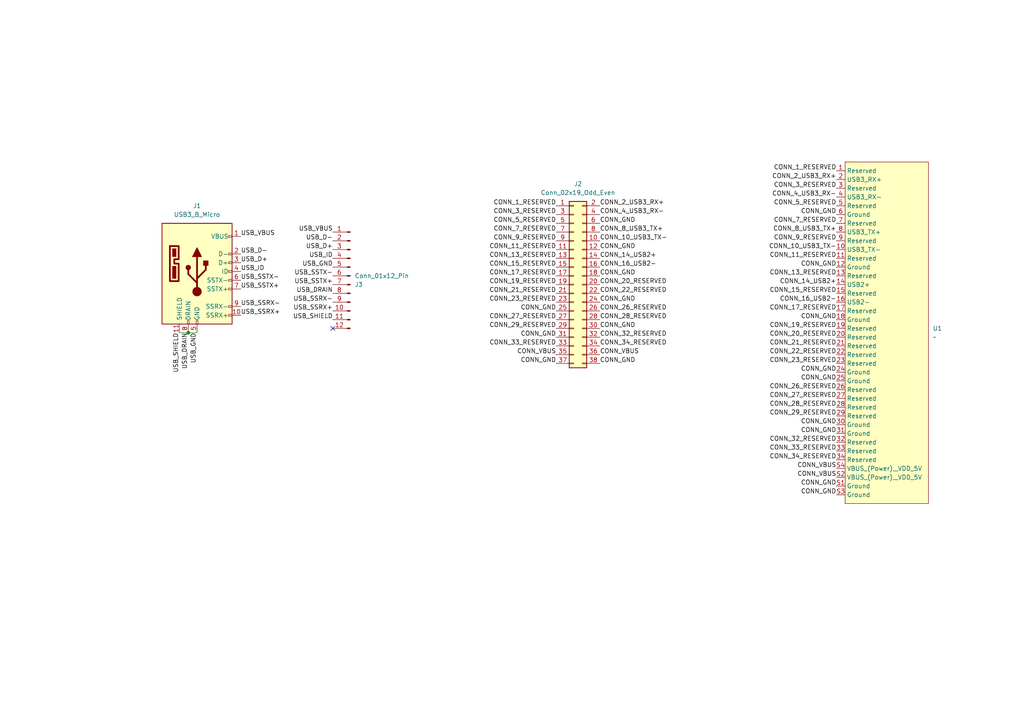
<source format=kicad_sch>
(kicad_sch
	(version 20250114)
	(generator "eeschema")
	(generator_version "9.0")
	(uuid "0f1fa320-ffb9-40ef-bd72-a78bf9ed888d")
	(paper "A4")
	(title_block
		(title "Intel Realsense Breakout Board")
		(date "2026-01-29")
		(rev "v1.0-PROTO")
		(company "Utah Student Robotics")
		(comment 1 "Designed by Vincent Banh")
	)
	(lib_symbols
		(symbol "Connector:Conn_01x12_Pin"
			(pin_names
				(offset 1.016)
				(hide yes)
			)
			(exclude_from_sim no)
			(in_bom yes)
			(on_board yes)
			(property "Reference" "J"
				(at 0 15.24 0)
				(effects
					(font
						(size 1.27 1.27)
					)
				)
			)
			(property "Value" "Conn_01x12_Pin"
				(at 0 -17.78 0)
				(effects
					(font
						(size 1.27 1.27)
					)
				)
			)
			(property "Footprint" ""
				(at 0 0 0)
				(effects
					(font
						(size 1.27 1.27)
					)
					(hide yes)
				)
			)
			(property "Datasheet" "~"
				(at 0 0 0)
				(effects
					(font
						(size 1.27 1.27)
					)
					(hide yes)
				)
			)
			(property "Description" "Generic connector, single row, 01x12, script generated"
				(at 0 0 0)
				(effects
					(font
						(size 1.27 1.27)
					)
					(hide yes)
				)
			)
			(property "ki_locked" ""
				(at 0 0 0)
				(effects
					(font
						(size 1.27 1.27)
					)
				)
			)
			(property "ki_keywords" "connector"
				(at 0 0 0)
				(effects
					(font
						(size 1.27 1.27)
					)
					(hide yes)
				)
			)
			(property "ki_fp_filters" "Connector*:*_1x??_*"
				(at 0 0 0)
				(effects
					(font
						(size 1.27 1.27)
					)
					(hide yes)
				)
			)
			(symbol "Conn_01x12_Pin_1_1"
				(rectangle
					(start 0.8636 12.827)
					(end 0 12.573)
					(stroke
						(width 0.1524)
						(type default)
					)
					(fill
						(type outline)
					)
				)
				(rectangle
					(start 0.8636 10.287)
					(end 0 10.033)
					(stroke
						(width 0.1524)
						(type default)
					)
					(fill
						(type outline)
					)
				)
				(rectangle
					(start 0.8636 7.747)
					(end 0 7.493)
					(stroke
						(width 0.1524)
						(type default)
					)
					(fill
						(type outline)
					)
				)
				(rectangle
					(start 0.8636 5.207)
					(end 0 4.953)
					(stroke
						(width 0.1524)
						(type default)
					)
					(fill
						(type outline)
					)
				)
				(rectangle
					(start 0.8636 2.667)
					(end 0 2.413)
					(stroke
						(width 0.1524)
						(type default)
					)
					(fill
						(type outline)
					)
				)
				(rectangle
					(start 0.8636 0.127)
					(end 0 -0.127)
					(stroke
						(width 0.1524)
						(type default)
					)
					(fill
						(type outline)
					)
				)
				(rectangle
					(start 0.8636 -2.413)
					(end 0 -2.667)
					(stroke
						(width 0.1524)
						(type default)
					)
					(fill
						(type outline)
					)
				)
				(rectangle
					(start 0.8636 -4.953)
					(end 0 -5.207)
					(stroke
						(width 0.1524)
						(type default)
					)
					(fill
						(type outline)
					)
				)
				(rectangle
					(start 0.8636 -7.493)
					(end 0 -7.747)
					(stroke
						(width 0.1524)
						(type default)
					)
					(fill
						(type outline)
					)
				)
				(rectangle
					(start 0.8636 -10.033)
					(end 0 -10.287)
					(stroke
						(width 0.1524)
						(type default)
					)
					(fill
						(type outline)
					)
				)
				(rectangle
					(start 0.8636 -12.573)
					(end 0 -12.827)
					(stroke
						(width 0.1524)
						(type default)
					)
					(fill
						(type outline)
					)
				)
				(rectangle
					(start 0.8636 -15.113)
					(end 0 -15.367)
					(stroke
						(width 0.1524)
						(type default)
					)
					(fill
						(type outline)
					)
				)
				(polyline
					(pts
						(xy 1.27 12.7) (xy 0.8636 12.7)
					)
					(stroke
						(width 0.1524)
						(type default)
					)
					(fill
						(type none)
					)
				)
				(polyline
					(pts
						(xy 1.27 10.16) (xy 0.8636 10.16)
					)
					(stroke
						(width 0.1524)
						(type default)
					)
					(fill
						(type none)
					)
				)
				(polyline
					(pts
						(xy 1.27 7.62) (xy 0.8636 7.62)
					)
					(stroke
						(width 0.1524)
						(type default)
					)
					(fill
						(type none)
					)
				)
				(polyline
					(pts
						(xy 1.27 5.08) (xy 0.8636 5.08)
					)
					(stroke
						(width 0.1524)
						(type default)
					)
					(fill
						(type none)
					)
				)
				(polyline
					(pts
						(xy 1.27 2.54) (xy 0.8636 2.54)
					)
					(stroke
						(width 0.1524)
						(type default)
					)
					(fill
						(type none)
					)
				)
				(polyline
					(pts
						(xy 1.27 0) (xy 0.8636 0)
					)
					(stroke
						(width 0.1524)
						(type default)
					)
					(fill
						(type none)
					)
				)
				(polyline
					(pts
						(xy 1.27 -2.54) (xy 0.8636 -2.54)
					)
					(stroke
						(width 0.1524)
						(type default)
					)
					(fill
						(type none)
					)
				)
				(polyline
					(pts
						(xy 1.27 -5.08) (xy 0.8636 -5.08)
					)
					(stroke
						(width 0.1524)
						(type default)
					)
					(fill
						(type none)
					)
				)
				(polyline
					(pts
						(xy 1.27 -7.62) (xy 0.8636 -7.62)
					)
					(stroke
						(width 0.1524)
						(type default)
					)
					(fill
						(type none)
					)
				)
				(polyline
					(pts
						(xy 1.27 -10.16) (xy 0.8636 -10.16)
					)
					(stroke
						(width 0.1524)
						(type default)
					)
					(fill
						(type none)
					)
				)
				(polyline
					(pts
						(xy 1.27 -12.7) (xy 0.8636 -12.7)
					)
					(stroke
						(width 0.1524)
						(type default)
					)
					(fill
						(type none)
					)
				)
				(polyline
					(pts
						(xy 1.27 -15.24) (xy 0.8636 -15.24)
					)
					(stroke
						(width 0.1524)
						(type default)
					)
					(fill
						(type none)
					)
				)
				(pin passive line
					(at 5.08 12.7 180)
					(length 3.81)
					(name "Pin_1"
						(effects
							(font
								(size 1.27 1.27)
							)
						)
					)
					(number "1"
						(effects
							(font
								(size 1.27 1.27)
							)
						)
					)
				)
				(pin passive line
					(at 5.08 10.16 180)
					(length 3.81)
					(name "Pin_2"
						(effects
							(font
								(size 1.27 1.27)
							)
						)
					)
					(number "2"
						(effects
							(font
								(size 1.27 1.27)
							)
						)
					)
				)
				(pin passive line
					(at 5.08 7.62 180)
					(length 3.81)
					(name "Pin_3"
						(effects
							(font
								(size 1.27 1.27)
							)
						)
					)
					(number "3"
						(effects
							(font
								(size 1.27 1.27)
							)
						)
					)
				)
				(pin passive line
					(at 5.08 5.08 180)
					(length 3.81)
					(name "Pin_4"
						(effects
							(font
								(size 1.27 1.27)
							)
						)
					)
					(number "4"
						(effects
							(font
								(size 1.27 1.27)
							)
						)
					)
				)
				(pin passive line
					(at 5.08 2.54 180)
					(length 3.81)
					(name "Pin_5"
						(effects
							(font
								(size 1.27 1.27)
							)
						)
					)
					(number "5"
						(effects
							(font
								(size 1.27 1.27)
							)
						)
					)
				)
				(pin passive line
					(at 5.08 0 180)
					(length 3.81)
					(name "Pin_6"
						(effects
							(font
								(size 1.27 1.27)
							)
						)
					)
					(number "6"
						(effects
							(font
								(size 1.27 1.27)
							)
						)
					)
				)
				(pin passive line
					(at 5.08 -2.54 180)
					(length 3.81)
					(name "Pin_7"
						(effects
							(font
								(size 1.27 1.27)
							)
						)
					)
					(number "7"
						(effects
							(font
								(size 1.27 1.27)
							)
						)
					)
				)
				(pin passive line
					(at 5.08 -5.08 180)
					(length 3.81)
					(name "Pin_8"
						(effects
							(font
								(size 1.27 1.27)
							)
						)
					)
					(number "8"
						(effects
							(font
								(size 1.27 1.27)
							)
						)
					)
				)
				(pin passive line
					(at 5.08 -7.62 180)
					(length 3.81)
					(name "Pin_9"
						(effects
							(font
								(size 1.27 1.27)
							)
						)
					)
					(number "9"
						(effects
							(font
								(size 1.27 1.27)
							)
						)
					)
				)
				(pin passive line
					(at 5.08 -10.16 180)
					(length 3.81)
					(name "Pin_10"
						(effects
							(font
								(size 1.27 1.27)
							)
						)
					)
					(number "10"
						(effects
							(font
								(size 1.27 1.27)
							)
						)
					)
				)
				(pin passive line
					(at 5.08 -12.7 180)
					(length 3.81)
					(name "Pin_11"
						(effects
							(font
								(size 1.27 1.27)
							)
						)
					)
					(number "11"
						(effects
							(font
								(size 1.27 1.27)
							)
						)
					)
				)
				(pin passive line
					(at 5.08 -15.24 180)
					(length 3.81)
					(name "Pin_12"
						(effects
							(font
								(size 1.27 1.27)
							)
						)
					)
					(number "12"
						(effects
							(font
								(size 1.27 1.27)
							)
						)
					)
				)
			)
			(embedded_fonts no)
		)
		(symbol "Connector:USB3_B_Micro"
			(pin_names
				(offset 1.016)
			)
			(exclude_from_sim no)
			(in_bom yes)
			(on_board yes)
			(property "Reference" "J"
				(at -10.16 15.24 0)
				(effects
					(font
						(size 1.27 1.27)
					)
					(justify left)
				)
			)
			(property "Value" "USB3_B_Micro"
				(at 10.16 15.24 0)
				(effects
					(font
						(size 1.27 1.27)
					)
					(justify right)
				)
			)
			(property "Footprint" ""
				(at 3.81 3.81 0)
				(effects
					(font
						(size 1.27 1.27)
					)
					(hide yes)
				)
			)
			(property "Datasheet" "~"
				(at 3.81 5.08 0)
				(effects
					(font
						(size 1.27 1.27)
					)
					(hide yes)
				)
			)
			(property "Description" "USB 3.0 Micro-B connector"
				(at 0 0 0)
				(effects
					(font
						(size 1.27 1.27)
					)
					(hide yes)
				)
			)
			(property "ki_keywords" "usb universal serial bus"
				(at 0 0 0)
				(effects
					(font
						(size 1.27 1.27)
					)
					(hide yes)
				)
			)
			(symbol "USB3_B_Micro_0_0"
				(rectangle
					(start -2.794 -15.24)
					(end -2.286 -14.224)
					(stroke
						(width 0)
						(type default)
					)
					(fill
						(type none)
					)
				)
				(rectangle
					(start -0.254 -15.24)
					(end 0.254 -14.224)
					(stroke
						(width 0)
						(type default)
					)
					(fill
						(type none)
					)
				)
				(rectangle
					(start 10.16 10.414)
					(end 9.144 9.906)
					(stroke
						(width 0)
						(type default)
					)
					(fill
						(type none)
					)
				)
				(rectangle
					(start 10.16 5.334)
					(end 9.144 4.826)
					(stroke
						(width 0)
						(type default)
					)
					(fill
						(type none)
					)
				)
				(rectangle
					(start 10.16 2.794)
					(end 9.144 2.286)
					(stroke
						(width 0)
						(type default)
					)
					(fill
						(type none)
					)
				)
				(rectangle
					(start 10.16 0.254)
					(end 9.144 -0.254)
					(stroke
						(width 0)
						(type default)
					)
					(fill
						(type none)
					)
				)
				(rectangle
					(start 10.16 -2.286)
					(end 9.144 -2.794)
					(stroke
						(width 0)
						(type default)
					)
					(fill
						(type none)
					)
				)
				(rectangle
					(start 10.16 -4.826)
					(end 9.144 -5.334)
					(stroke
						(width 0)
						(type default)
					)
					(fill
						(type none)
					)
				)
				(rectangle
					(start 10.16 -9.906)
					(end 9.144 -10.414)
					(stroke
						(width 0)
						(type default)
					)
					(fill
						(type none)
					)
				)
				(rectangle
					(start 10.16 -12.446)
					(end 9.144 -12.954)
					(stroke
						(width 0)
						(type default)
					)
					(fill
						(type none)
					)
				)
			)
			(symbol "USB3_B_Micro_0_1"
				(rectangle
					(start -10.16 13.97)
					(end 10.16 -15.24)
					(stroke
						(width 0.254)
						(type default)
					)
					(fill
						(type background)
					)
				)
				(polyline
					(pts
						(xy -7.874 7.366) (xy -7.874 -2.794) (xy -5.334 -2.794) (xy -5.334 2.286) (xy -6.604 2.286) (xy -6.604 3.556)
						(xy -5.334 3.556) (xy -5.334 7.366) (xy -7.874 7.366)
					)
					(stroke
						(width 0.508)
						(type default)
					)
					(fill
						(type none)
					)
				)
				(rectangle
					(start -7.112 6.604)
					(end -6.096 4.318)
					(stroke
						(width 0)
						(type default)
					)
					(fill
						(type outline)
					)
				)
				(rectangle
					(start -7.112 1.524)
					(end -6.096 -2.032)
					(stroke
						(width 0)
						(type default)
					)
					(fill
						(type outline)
					)
				)
			)
			(symbol "USB3_B_Micro_1_1"
				(circle
					(center -2.54 1.143)
					(radius 0.635)
					(stroke
						(width 0.254)
						(type default)
					)
					(fill
						(type outline)
					)
				)
				(polyline
					(pts
						(xy -1.27 4.318) (xy 0 6.858) (xy 1.27 4.318) (xy -1.27 4.318)
					)
					(stroke
						(width 0.254)
						(type default)
					)
					(fill
						(type outline)
					)
				)
				(polyline
					(pts
						(xy 0 -2.032) (xy 2.54 0.508) (xy 2.54 1.778)
					)
					(stroke
						(width 0.508)
						(type default)
					)
					(fill
						(type none)
					)
				)
				(polyline
					(pts
						(xy 0 -3.302) (xy -2.54 -0.762) (xy -2.54 0.508)
					)
					(stroke
						(width 0.508)
						(type default)
					)
					(fill
						(type none)
					)
				)
				(polyline
					(pts
						(xy 0 -5.842) (xy 0 4.318)
					)
					(stroke
						(width 0.508)
						(type default)
					)
					(fill
						(type none)
					)
				)
				(circle
					(center 0 -5.842)
					(radius 1.27)
					(stroke
						(width 0)
						(type default)
					)
					(fill
						(type outline)
					)
				)
				(rectangle
					(start 1.905 1.778)
					(end 3.175 3.048)
					(stroke
						(width 0.254)
						(type default)
					)
					(fill
						(type outline)
					)
				)
				(pin passive line
					(at -5.08 -17.78 90)
					(length 2.54)
					(name "SHIELD"
						(effects
							(font
								(size 1.27 1.27)
							)
						)
					)
					(number "11"
						(effects
							(font
								(size 1.27 1.27)
							)
						)
					)
				)
				(pin passive line
					(at -2.54 -17.78 90)
					(length 2.54)
					(name "DRAIN"
						(effects
							(font
								(size 1.27 1.27)
							)
						)
					)
					(number "8"
						(effects
							(font
								(size 1.27 1.27)
							)
						)
					)
				)
				(pin power_out line
					(at 0 -17.78 90)
					(length 2.54)
					(name "GND"
						(effects
							(font
								(size 1.27 1.27)
							)
						)
					)
					(number "5"
						(effects
							(font
								(size 1.27 1.27)
							)
						)
					)
				)
				(pin power_out line
					(at 12.7 10.16 180)
					(length 2.54)
					(name "VBUS"
						(effects
							(font
								(size 1.27 1.27)
							)
						)
					)
					(number "1"
						(effects
							(font
								(size 1.27 1.27)
							)
						)
					)
				)
				(pin bidirectional line
					(at 12.7 5.08 180)
					(length 2.54)
					(name "D-"
						(effects
							(font
								(size 1.27 1.27)
							)
						)
					)
					(number "2"
						(effects
							(font
								(size 1.27 1.27)
							)
						)
					)
				)
				(pin bidirectional line
					(at 12.7 2.54 180)
					(length 2.54)
					(name "D+"
						(effects
							(font
								(size 1.27 1.27)
							)
						)
					)
					(number "3"
						(effects
							(font
								(size 1.27 1.27)
							)
						)
					)
				)
				(pin passive line
					(at 12.7 0 180)
					(length 2.54)
					(name "ID"
						(effects
							(font
								(size 1.27 1.27)
							)
						)
					)
					(number "4"
						(effects
							(font
								(size 1.27 1.27)
							)
						)
					)
				)
				(pin output line
					(at 12.7 -2.54 180)
					(length 2.54)
					(name "SSTX-"
						(effects
							(font
								(size 1.27 1.27)
							)
						)
					)
					(number "6"
						(effects
							(font
								(size 1.27 1.27)
							)
						)
					)
				)
				(pin output line
					(at 12.7 -5.08 180)
					(length 2.54)
					(name "SSTX+"
						(effects
							(font
								(size 1.27 1.27)
							)
						)
					)
					(number "7"
						(effects
							(font
								(size 1.27 1.27)
							)
						)
					)
				)
				(pin input line
					(at 12.7 -10.16 180)
					(length 2.54)
					(name "SSRX-"
						(effects
							(font
								(size 1.27 1.27)
							)
						)
					)
					(number "9"
						(effects
							(font
								(size 1.27 1.27)
							)
						)
					)
				)
				(pin input line
					(at 12.7 -12.7 180)
					(length 2.54)
					(name "SSRX+"
						(effects
							(font
								(size 1.27 1.27)
							)
						)
					)
					(number "10"
						(effects
							(font
								(size 1.27 1.27)
							)
						)
					)
				)
			)
			(embedded_fonts no)
		)
		(symbol "Connector_Generic:Conn_02x19_Odd_Even"
			(pin_names
				(offset 1.016)
				(hide yes)
			)
			(exclude_from_sim no)
			(in_bom yes)
			(on_board yes)
			(property "Reference" "J"
				(at 1.27 25.4 0)
				(effects
					(font
						(size 1.27 1.27)
					)
				)
			)
			(property "Value" "Conn_02x19_Odd_Even"
				(at 1.27 -25.4 0)
				(effects
					(font
						(size 1.27 1.27)
					)
				)
			)
			(property "Footprint" ""
				(at 0 0 0)
				(effects
					(font
						(size 1.27 1.27)
					)
					(hide yes)
				)
			)
			(property "Datasheet" "~"
				(at 0 0 0)
				(effects
					(font
						(size 1.27 1.27)
					)
					(hide yes)
				)
			)
			(property "Description" "Generic connector, double row, 02x19, odd/even pin numbering scheme (row 1 odd numbers, row 2 even numbers), script generated (kicad-library-utils/schlib/autogen/connector/)"
				(at 0 0 0)
				(effects
					(font
						(size 1.27 1.27)
					)
					(hide yes)
				)
			)
			(property "ki_keywords" "connector"
				(at 0 0 0)
				(effects
					(font
						(size 1.27 1.27)
					)
					(hide yes)
				)
			)
			(property "ki_fp_filters" "Connector*:*_2x??_*"
				(at 0 0 0)
				(effects
					(font
						(size 1.27 1.27)
					)
					(hide yes)
				)
			)
			(symbol "Conn_02x19_Odd_Even_1_1"
				(rectangle
					(start -1.27 24.13)
					(end 3.81 -24.13)
					(stroke
						(width 0.254)
						(type default)
					)
					(fill
						(type background)
					)
				)
				(rectangle
					(start -1.27 22.987)
					(end 0 22.733)
					(stroke
						(width 0.1524)
						(type default)
					)
					(fill
						(type none)
					)
				)
				(rectangle
					(start -1.27 20.447)
					(end 0 20.193)
					(stroke
						(width 0.1524)
						(type default)
					)
					(fill
						(type none)
					)
				)
				(rectangle
					(start -1.27 17.907)
					(end 0 17.653)
					(stroke
						(width 0.1524)
						(type default)
					)
					(fill
						(type none)
					)
				)
				(rectangle
					(start -1.27 15.367)
					(end 0 15.113)
					(stroke
						(width 0.1524)
						(type default)
					)
					(fill
						(type none)
					)
				)
				(rectangle
					(start -1.27 12.827)
					(end 0 12.573)
					(stroke
						(width 0.1524)
						(type default)
					)
					(fill
						(type none)
					)
				)
				(rectangle
					(start -1.27 10.287)
					(end 0 10.033)
					(stroke
						(width 0.1524)
						(type default)
					)
					(fill
						(type none)
					)
				)
				(rectangle
					(start -1.27 7.747)
					(end 0 7.493)
					(stroke
						(width 0.1524)
						(type default)
					)
					(fill
						(type none)
					)
				)
				(rectangle
					(start -1.27 5.207)
					(end 0 4.953)
					(stroke
						(width 0.1524)
						(type default)
					)
					(fill
						(type none)
					)
				)
				(rectangle
					(start -1.27 2.667)
					(end 0 2.413)
					(stroke
						(width 0.1524)
						(type default)
					)
					(fill
						(type none)
					)
				)
				(rectangle
					(start -1.27 0.127)
					(end 0 -0.127)
					(stroke
						(width 0.1524)
						(type default)
					)
					(fill
						(type none)
					)
				)
				(rectangle
					(start -1.27 -2.413)
					(end 0 -2.667)
					(stroke
						(width 0.1524)
						(type default)
					)
					(fill
						(type none)
					)
				)
				(rectangle
					(start -1.27 -4.953)
					(end 0 -5.207)
					(stroke
						(width 0.1524)
						(type default)
					)
					(fill
						(type none)
					)
				)
				(rectangle
					(start -1.27 -7.493)
					(end 0 -7.747)
					(stroke
						(width 0.1524)
						(type default)
					)
					(fill
						(type none)
					)
				)
				(rectangle
					(start -1.27 -10.033)
					(end 0 -10.287)
					(stroke
						(width 0.1524)
						(type default)
					)
					(fill
						(type none)
					)
				)
				(rectangle
					(start -1.27 -12.573)
					(end 0 -12.827)
					(stroke
						(width 0.1524)
						(type default)
					)
					(fill
						(type none)
					)
				)
				(rectangle
					(start -1.27 -15.113)
					(end 0 -15.367)
					(stroke
						(width 0.1524)
						(type default)
					)
					(fill
						(type none)
					)
				)
				(rectangle
					(start -1.27 -17.653)
					(end 0 -17.907)
					(stroke
						(width 0.1524)
						(type default)
					)
					(fill
						(type none)
					)
				)
				(rectangle
					(start -1.27 -20.193)
					(end 0 -20.447)
					(stroke
						(width 0.1524)
						(type default)
					)
					(fill
						(type none)
					)
				)
				(rectangle
					(start -1.27 -22.733)
					(end 0 -22.987)
					(stroke
						(width 0.1524)
						(type default)
					)
					(fill
						(type none)
					)
				)
				(rectangle
					(start 3.81 22.987)
					(end 2.54 22.733)
					(stroke
						(width 0.1524)
						(type default)
					)
					(fill
						(type none)
					)
				)
				(rectangle
					(start 3.81 20.447)
					(end 2.54 20.193)
					(stroke
						(width 0.1524)
						(type default)
					)
					(fill
						(type none)
					)
				)
				(rectangle
					(start 3.81 17.907)
					(end 2.54 17.653)
					(stroke
						(width 0.1524)
						(type default)
					)
					(fill
						(type none)
					)
				)
				(rectangle
					(start 3.81 15.367)
					(end 2.54 15.113)
					(stroke
						(width 0.1524)
						(type default)
					)
					(fill
						(type none)
					)
				)
				(rectangle
					(start 3.81 12.827)
					(end 2.54 12.573)
					(stroke
						(width 0.1524)
						(type default)
					)
					(fill
						(type none)
					)
				)
				(rectangle
					(start 3.81 10.287)
					(end 2.54 10.033)
					(stroke
						(width 0.1524)
						(type default)
					)
					(fill
						(type none)
					)
				)
				(rectangle
					(start 3.81 7.747)
					(end 2.54 7.493)
					(stroke
						(width 0.1524)
						(type default)
					)
					(fill
						(type none)
					)
				)
				(rectangle
					(start 3.81 5.207)
					(end 2.54 4.953)
					(stroke
						(width 0.1524)
						(type default)
					)
					(fill
						(type none)
					)
				)
				(rectangle
					(start 3.81 2.667)
					(end 2.54 2.413)
					(stroke
						(width 0.1524)
						(type default)
					)
					(fill
						(type none)
					)
				)
				(rectangle
					(start 3.81 0.127)
					(end 2.54 -0.127)
					(stroke
						(width 0.1524)
						(type default)
					)
					(fill
						(type none)
					)
				)
				(rectangle
					(start 3.81 -2.413)
					(end 2.54 -2.667)
					(stroke
						(width 0.1524)
						(type default)
					)
					(fill
						(type none)
					)
				)
				(rectangle
					(start 3.81 -4.953)
					(end 2.54 -5.207)
					(stroke
						(width 0.1524)
						(type default)
					)
					(fill
						(type none)
					)
				)
				(rectangle
					(start 3.81 -7.493)
					(end 2.54 -7.747)
					(stroke
						(width 0.1524)
						(type default)
					)
					(fill
						(type none)
					)
				)
				(rectangle
					(start 3.81 -10.033)
					(end 2.54 -10.287)
					(stroke
						(width 0.1524)
						(type default)
					)
					(fill
						(type none)
					)
				)
				(rectangle
					(start 3.81 -12.573)
					(end 2.54 -12.827)
					(stroke
						(width 0.1524)
						(type default)
					)
					(fill
						(type none)
					)
				)
				(rectangle
					(start 3.81 -15.113)
					(end 2.54 -15.367)
					(stroke
						(width 0.1524)
						(type default)
					)
					(fill
						(type none)
					)
				)
				(rectangle
					(start 3.81 -17.653)
					(end 2.54 -17.907)
					(stroke
						(width 0.1524)
						(type default)
					)
					(fill
						(type none)
					)
				)
				(rectangle
					(start 3.81 -20.193)
					(end 2.54 -20.447)
					(stroke
						(width 0.1524)
						(type default)
					)
					(fill
						(type none)
					)
				)
				(rectangle
					(start 3.81 -22.733)
					(end 2.54 -22.987)
					(stroke
						(width 0.1524)
						(type default)
					)
					(fill
						(type none)
					)
				)
				(pin passive line
					(at -5.08 22.86 0)
					(length 3.81)
					(name "Pin_1"
						(effects
							(font
								(size 1.27 1.27)
							)
						)
					)
					(number "1"
						(effects
							(font
								(size 1.27 1.27)
							)
						)
					)
				)
				(pin passive line
					(at -5.08 20.32 0)
					(length 3.81)
					(name "Pin_3"
						(effects
							(font
								(size 1.27 1.27)
							)
						)
					)
					(number "3"
						(effects
							(font
								(size 1.27 1.27)
							)
						)
					)
				)
				(pin passive line
					(at -5.08 17.78 0)
					(length 3.81)
					(name "Pin_5"
						(effects
							(font
								(size 1.27 1.27)
							)
						)
					)
					(number "5"
						(effects
							(font
								(size 1.27 1.27)
							)
						)
					)
				)
				(pin passive line
					(at -5.08 15.24 0)
					(length 3.81)
					(name "Pin_7"
						(effects
							(font
								(size 1.27 1.27)
							)
						)
					)
					(number "7"
						(effects
							(font
								(size 1.27 1.27)
							)
						)
					)
				)
				(pin passive line
					(at -5.08 12.7 0)
					(length 3.81)
					(name "Pin_9"
						(effects
							(font
								(size 1.27 1.27)
							)
						)
					)
					(number "9"
						(effects
							(font
								(size 1.27 1.27)
							)
						)
					)
				)
				(pin passive line
					(at -5.08 10.16 0)
					(length 3.81)
					(name "Pin_11"
						(effects
							(font
								(size 1.27 1.27)
							)
						)
					)
					(number "11"
						(effects
							(font
								(size 1.27 1.27)
							)
						)
					)
				)
				(pin passive line
					(at -5.08 7.62 0)
					(length 3.81)
					(name "Pin_13"
						(effects
							(font
								(size 1.27 1.27)
							)
						)
					)
					(number "13"
						(effects
							(font
								(size 1.27 1.27)
							)
						)
					)
				)
				(pin passive line
					(at -5.08 5.08 0)
					(length 3.81)
					(name "Pin_15"
						(effects
							(font
								(size 1.27 1.27)
							)
						)
					)
					(number "15"
						(effects
							(font
								(size 1.27 1.27)
							)
						)
					)
				)
				(pin passive line
					(at -5.08 2.54 0)
					(length 3.81)
					(name "Pin_17"
						(effects
							(font
								(size 1.27 1.27)
							)
						)
					)
					(number "17"
						(effects
							(font
								(size 1.27 1.27)
							)
						)
					)
				)
				(pin passive line
					(at -5.08 0 0)
					(length 3.81)
					(name "Pin_19"
						(effects
							(font
								(size 1.27 1.27)
							)
						)
					)
					(number "19"
						(effects
							(font
								(size 1.27 1.27)
							)
						)
					)
				)
				(pin passive line
					(at -5.08 -2.54 0)
					(length 3.81)
					(name "Pin_21"
						(effects
							(font
								(size 1.27 1.27)
							)
						)
					)
					(number "21"
						(effects
							(font
								(size 1.27 1.27)
							)
						)
					)
				)
				(pin passive line
					(at -5.08 -5.08 0)
					(length 3.81)
					(name "Pin_23"
						(effects
							(font
								(size 1.27 1.27)
							)
						)
					)
					(number "23"
						(effects
							(font
								(size 1.27 1.27)
							)
						)
					)
				)
				(pin passive line
					(at -5.08 -7.62 0)
					(length 3.81)
					(name "Pin_25"
						(effects
							(font
								(size 1.27 1.27)
							)
						)
					)
					(number "25"
						(effects
							(font
								(size 1.27 1.27)
							)
						)
					)
				)
				(pin passive line
					(at -5.08 -10.16 0)
					(length 3.81)
					(name "Pin_27"
						(effects
							(font
								(size 1.27 1.27)
							)
						)
					)
					(number "27"
						(effects
							(font
								(size 1.27 1.27)
							)
						)
					)
				)
				(pin passive line
					(at -5.08 -12.7 0)
					(length 3.81)
					(name "Pin_29"
						(effects
							(font
								(size 1.27 1.27)
							)
						)
					)
					(number "29"
						(effects
							(font
								(size 1.27 1.27)
							)
						)
					)
				)
				(pin passive line
					(at -5.08 -15.24 0)
					(length 3.81)
					(name "Pin_31"
						(effects
							(font
								(size 1.27 1.27)
							)
						)
					)
					(number "31"
						(effects
							(font
								(size 1.27 1.27)
							)
						)
					)
				)
				(pin passive line
					(at -5.08 -17.78 0)
					(length 3.81)
					(name "Pin_33"
						(effects
							(font
								(size 1.27 1.27)
							)
						)
					)
					(number "33"
						(effects
							(font
								(size 1.27 1.27)
							)
						)
					)
				)
				(pin passive line
					(at -5.08 -20.32 0)
					(length 3.81)
					(name "Pin_35"
						(effects
							(font
								(size 1.27 1.27)
							)
						)
					)
					(number "35"
						(effects
							(font
								(size 1.27 1.27)
							)
						)
					)
				)
				(pin passive line
					(at -5.08 -22.86 0)
					(length 3.81)
					(name "Pin_37"
						(effects
							(font
								(size 1.27 1.27)
							)
						)
					)
					(number "37"
						(effects
							(font
								(size 1.27 1.27)
							)
						)
					)
				)
				(pin passive line
					(at 7.62 22.86 180)
					(length 3.81)
					(name "Pin_2"
						(effects
							(font
								(size 1.27 1.27)
							)
						)
					)
					(number "2"
						(effects
							(font
								(size 1.27 1.27)
							)
						)
					)
				)
				(pin passive line
					(at 7.62 20.32 180)
					(length 3.81)
					(name "Pin_4"
						(effects
							(font
								(size 1.27 1.27)
							)
						)
					)
					(number "4"
						(effects
							(font
								(size 1.27 1.27)
							)
						)
					)
				)
				(pin passive line
					(at 7.62 17.78 180)
					(length 3.81)
					(name "Pin_6"
						(effects
							(font
								(size 1.27 1.27)
							)
						)
					)
					(number "6"
						(effects
							(font
								(size 1.27 1.27)
							)
						)
					)
				)
				(pin passive line
					(at 7.62 15.24 180)
					(length 3.81)
					(name "Pin_8"
						(effects
							(font
								(size 1.27 1.27)
							)
						)
					)
					(number "8"
						(effects
							(font
								(size 1.27 1.27)
							)
						)
					)
				)
				(pin passive line
					(at 7.62 12.7 180)
					(length 3.81)
					(name "Pin_10"
						(effects
							(font
								(size 1.27 1.27)
							)
						)
					)
					(number "10"
						(effects
							(font
								(size 1.27 1.27)
							)
						)
					)
				)
				(pin passive line
					(at 7.62 10.16 180)
					(length 3.81)
					(name "Pin_12"
						(effects
							(font
								(size 1.27 1.27)
							)
						)
					)
					(number "12"
						(effects
							(font
								(size 1.27 1.27)
							)
						)
					)
				)
				(pin passive line
					(at 7.62 7.62 180)
					(length 3.81)
					(name "Pin_14"
						(effects
							(font
								(size 1.27 1.27)
							)
						)
					)
					(number "14"
						(effects
							(font
								(size 1.27 1.27)
							)
						)
					)
				)
				(pin passive line
					(at 7.62 5.08 180)
					(length 3.81)
					(name "Pin_16"
						(effects
							(font
								(size 1.27 1.27)
							)
						)
					)
					(number "16"
						(effects
							(font
								(size 1.27 1.27)
							)
						)
					)
				)
				(pin passive line
					(at 7.62 2.54 180)
					(length 3.81)
					(name "Pin_18"
						(effects
							(font
								(size 1.27 1.27)
							)
						)
					)
					(number "18"
						(effects
							(font
								(size 1.27 1.27)
							)
						)
					)
				)
				(pin passive line
					(at 7.62 0 180)
					(length 3.81)
					(name "Pin_20"
						(effects
							(font
								(size 1.27 1.27)
							)
						)
					)
					(number "20"
						(effects
							(font
								(size 1.27 1.27)
							)
						)
					)
				)
				(pin passive line
					(at 7.62 -2.54 180)
					(length 3.81)
					(name "Pin_22"
						(effects
							(font
								(size 1.27 1.27)
							)
						)
					)
					(number "22"
						(effects
							(font
								(size 1.27 1.27)
							)
						)
					)
				)
				(pin passive line
					(at 7.62 -5.08 180)
					(length 3.81)
					(name "Pin_24"
						(effects
							(font
								(size 1.27 1.27)
							)
						)
					)
					(number "24"
						(effects
							(font
								(size 1.27 1.27)
							)
						)
					)
				)
				(pin passive line
					(at 7.62 -7.62 180)
					(length 3.81)
					(name "Pin_26"
						(effects
							(font
								(size 1.27 1.27)
							)
						)
					)
					(number "26"
						(effects
							(font
								(size 1.27 1.27)
							)
						)
					)
				)
				(pin passive line
					(at 7.62 -10.16 180)
					(length 3.81)
					(name "Pin_28"
						(effects
							(font
								(size 1.27 1.27)
							)
						)
					)
					(number "28"
						(effects
							(font
								(size 1.27 1.27)
							)
						)
					)
				)
				(pin passive line
					(at 7.62 -12.7 180)
					(length 3.81)
					(name "Pin_30"
						(effects
							(font
								(size 1.27 1.27)
							)
						)
					)
					(number "30"
						(effects
							(font
								(size 1.27 1.27)
							)
						)
					)
				)
				(pin passive line
					(at 7.62 -15.24 180)
					(length 3.81)
					(name "Pin_32"
						(effects
							(font
								(size 1.27 1.27)
							)
						)
					)
					(number "32"
						(effects
							(font
								(size 1.27 1.27)
							)
						)
					)
				)
				(pin passive line
					(at 7.62 -17.78 180)
					(length 3.81)
					(name "Pin_34"
						(effects
							(font
								(size 1.27 1.27)
							)
						)
					)
					(number "34"
						(effects
							(font
								(size 1.27 1.27)
							)
						)
					)
				)
				(pin passive line
					(at 7.62 -20.32 180)
					(length 3.81)
					(name "Pin_36"
						(effects
							(font
								(size 1.27 1.27)
							)
						)
					)
					(number "36"
						(effects
							(font
								(size 1.27 1.27)
							)
						)
					)
				)
				(pin passive line
					(at 7.62 -22.86 180)
					(length 3.81)
					(name "Pin_38"
						(effects
							(font
								(size 1.27 1.27)
							)
						)
					)
					(number "38"
						(effects
							(font
								(size 1.27 1.27)
							)
						)
					)
				)
			)
			(embedded_fonts no)
		)
		(symbol "Realsense:Board to Board Connector"
			(exclude_from_sim no)
			(in_bom yes)
			(on_board yes)
			(property "Reference" "U"
				(at 0 1.27 0)
				(effects
					(font
						(size 1.27 1.27)
					)
				)
			)
			(property "Value" ""
				(at 0 0 0)
				(effects
					(font
						(size 1.27 1.27)
					)
				)
			)
			(property "Footprint" ""
				(at 0 0 0)
				(effects
					(font
						(size 1.27 1.27)
					)
					(hide yes)
				)
			)
			(property "Datasheet" ""
				(at 0 0 0)
				(effects
					(font
						(size 1.27 1.27)
					)
					(hide yes)
				)
			)
			(property "Description" ""
				(at 0 0 0)
				(effects
					(font
						(size 1.27 1.27)
					)
					(hide yes)
				)
			)
			(symbol "Board to Board Connector_0_1"
				(rectangle
					(start 2.54 0)
					(end 26.67 -99.06)
					(stroke
						(width 0)
						(type default)
					)
					(fill
						(type background)
					)
				)
			)
			(symbol "Board to Board Connector_1_1"
				(pin passive line
					(at 0 -2.54 0)
					(length 2.54)
					(name "Reserved"
						(effects
							(font
								(size 1.27 1.27)
							)
						)
					)
					(number "1"
						(effects
							(font
								(size 1.27 1.27)
							)
						)
					)
				)
				(pin passive line
					(at 0 -5.08 0)
					(length 2.54)
					(name "USB3_RX+"
						(effects
							(font
								(size 1.27 1.27)
							)
						)
					)
					(number "2"
						(effects
							(font
								(size 1.27 1.27)
							)
						)
					)
				)
				(pin passive line
					(at 0 -7.62 0)
					(length 2.54)
					(name "Reserved"
						(effects
							(font
								(size 1.27 1.27)
							)
						)
					)
					(number "3"
						(effects
							(font
								(size 1.27 1.27)
							)
						)
					)
				)
				(pin passive line
					(at 0 -10.16 0)
					(length 2.54)
					(name "USB3_RX-"
						(effects
							(font
								(size 1.27 1.27)
							)
						)
					)
					(number "4"
						(effects
							(font
								(size 1.27 1.27)
							)
						)
					)
				)
				(pin passive line
					(at 0 -12.7 0)
					(length 2.54)
					(name "Reserved"
						(effects
							(font
								(size 1.27 1.27)
							)
						)
					)
					(number "5"
						(effects
							(font
								(size 1.27 1.27)
							)
						)
					)
				)
				(pin passive line
					(at 0 -15.24 0)
					(length 2.54)
					(name "Ground"
						(effects
							(font
								(size 1.27 1.27)
							)
						)
					)
					(number "6"
						(effects
							(font
								(size 1.27 1.27)
							)
						)
					)
				)
				(pin passive line
					(at 0 -17.78 0)
					(length 2.54)
					(name "Reserved"
						(effects
							(font
								(size 1.27 1.27)
							)
						)
					)
					(number "7"
						(effects
							(font
								(size 1.27 1.27)
							)
						)
					)
				)
				(pin passive line
					(at 0 -20.32 0)
					(length 2.54)
					(name "USB3_TX+"
						(effects
							(font
								(size 1.27 1.27)
							)
						)
					)
					(number "8"
						(effects
							(font
								(size 1.27 1.27)
							)
						)
					)
				)
				(pin passive line
					(at 0 -22.86 0)
					(length 2.54)
					(name "Reserved"
						(effects
							(font
								(size 1.27 1.27)
							)
						)
					)
					(number "9"
						(effects
							(font
								(size 1.27 1.27)
							)
						)
					)
				)
				(pin passive line
					(at 0 -25.4 0)
					(length 2.54)
					(name "USB3_TX-"
						(effects
							(font
								(size 1.27 1.27)
							)
						)
					)
					(number "10"
						(effects
							(font
								(size 1.27 1.27)
							)
						)
					)
				)
				(pin passive line
					(at 0 -27.94 0)
					(length 2.54)
					(name "Reserved"
						(effects
							(font
								(size 1.27 1.27)
							)
						)
					)
					(number "11"
						(effects
							(font
								(size 1.27 1.27)
							)
						)
					)
				)
				(pin passive line
					(at 0 -30.48 0)
					(length 2.54)
					(name "Ground"
						(effects
							(font
								(size 1.27 1.27)
							)
						)
					)
					(number "12"
						(effects
							(font
								(size 1.27 1.27)
							)
						)
					)
				)
				(pin passive line
					(at 0 -33.02 0)
					(length 2.54)
					(name "Reserved"
						(effects
							(font
								(size 1.27 1.27)
							)
						)
					)
					(number "13"
						(effects
							(font
								(size 1.27 1.27)
							)
						)
					)
				)
				(pin passive line
					(at 0 -35.56 0)
					(length 2.54)
					(name "USB2+"
						(effects
							(font
								(size 1.27 1.27)
							)
						)
					)
					(number "14"
						(effects
							(font
								(size 1.27 1.27)
							)
						)
					)
				)
				(pin passive line
					(at 0 -38.1 0)
					(length 2.54)
					(name "Reserved"
						(effects
							(font
								(size 1.27 1.27)
							)
						)
					)
					(number "15"
						(effects
							(font
								(size 1.27 1.27)
							)
						)
					)
				)
				(pin passive line
					(at 0 -40.64 0)
					(length 2.54)
					(name "USB2-"
						(effects
							(font
								(size 1.27 1.27)
							)
						)
					)
					(number "16"
						(effects
							(font
								(size 1.27 1.27)
							)
						)
					)
				)
				(pin passive line
					(at 0 -43.18 0)
					(length 2.54)
					(name "Reserved"
						(effects
							(font
								(size 1.27 1.27)
							)
						)
					)
					(number "17"
						(effects
							(font
								(size 1.27 1.27)
							)
						)
					)
				)
				(pin passive line
					(at 0 -45.72 0)
					(length 2.54)
					(name "Ground"
						(effects
							(font
								(size 1.27 1.27)
							)
						)
					)
					(number "18"
						(effects
							(font
								(size 1.27 1.27)
							)
						)
					)
				)
				(pin passive line
					(at 0 -48.26 0)
					(length 2.54)
					(name "Reserved"
						(effects
							(font
								(size 1.27 1.27)
							)
						)
					)
					(number "19"
						(effects
							(font
								(size 1.27 1.27)
							)
						)
					)
				)
				(pin passive line
					(at 0 -50.8 0)
					(length 2.54)
					(name "Reserved"
						(effects
							(font
								(size 1.27 1.27)
							)
						)
					)
					(number "20"
						(effects
							(font
								(size 1.27 1.27)
							)
						)
					)
				)
				(pin passive line
					(at 0 -53.34 0)
					(length 2.54)
					(name "Reserved"
						(effects
							(font
								(size 1.27 1.27)
							)
						)
					)
					(number "21"
						(effects
							(font
								(size 1.27 1.27)
							)
						)
					)
				)
				(pin passive line
					(at 0 -55.88 0)
					(length 2.54)
					(name "Reserved"
						(effects
							(font
								(size 1.27 1.27)
							)
						)
					)
					(number "22"
						(effects
							(font
								(size 1.27 1.27)
							)
						)
					)
				)
				(pin passive line
					(at 0 -58.42 0)
					(length 2.54)
					(name "Reserved"
						(effects
							(font
								(size 1.27 1.27)
							)
						)
					)
					(number "23"
						(effects
							(font
								(size 1.27 1.27)
							)
						)
					)
				)
				(pin passive line
					(at 0 -60.96 0)
					(length 2.54)
					(name "Ground"
						(effects
							(font
								(size 1.27 1.27)
							)
						)
					)
					(number "24"
						(effects
							(font
								(size 1.27 1.27)
							)
						)
					)
				)
				(pin passive line
					(at 0 -63.5 0)
					(length 2.54)
					(name "Ground"
						(effects
							(font
								(size 1.27 1.27)
							)
						)
					)
					(number "25"
						(effects
							(font
								(size 1.27 1.27)
							)
						)
					)
				)
				(pin passive line
					(at 0 -66.04 0)
					(length 2.54)
					(name "Reserved"
						(effects
							(font
								(size 1.27 1.27)
							)
						)
					)
					(number "26"
						(effects
							(font
								(size 1.27 1.27)
							)
						)
					)
				)
				(pin passive line
					(at 0 -68.58 0)
					(length 2.54)
					(name "Reserved"
						(effects
							(font
								(size 1.27 1.27)
							)
						)
					)
					(number "27"
						(effects
							(font
								(size 1.27 1.27)
							)
						)
					)
				)
				(pin passive line
					(at 0 -71.12 0)
					(length 2.54)
					(name "Reserved"
						(effects
							(font
								(size 1.27 1.27)
							)
						)
					)
					(number "28"
						(effects
							(font
								(size 1.27 1.27)
							)
						)
					)
				)
				(pin passive line
					(at 0 -73.66 0)
					(length 2.54)
					(name "Reserved"
						(effects
							(font
								(size 1.27 1.27)
							)
						)
					)
					(number "29"
						(effects
							(font
								(size 1.27 1.27)
							)
						)
					)
				)
				(pin passive line
					(at 0 -76.2 0)
					(length 2.54)
					(name "Ground"
						(effects
							(font
								(size 1.27 1.27)
							)
						)
					)
					(number "30"
						(effects
							(font
								(size 1.27 1.27)
							)
						)
					)
				)
				(pin passive line
					(at 0 -78.74 0)
					(length 2.54)
					(name "Ground"
						(effects
							(font
								(size 1.27 1.27)
							)
						)
					)
					(number "31"
						(effects
							(font
								(size 1.27 1.27)
							)
						)
					)
				)
				(pin passive line
					(at 0 -81.28 0)
					(length 2.54)
					(name "Reserved"
						(effects
							(font
								(size 1.27 1.27)
							)
						)
					)
					(number "32"
						(effects
							(font
								(size 1.27 1.27)
							)
						)
					)
				)
				(pin passive line
					(at 0 -83.82 0)
					(length 2.54)
					(name "Reserved"
						(effects
							(font
								(size 1.27 1.27)
							)
						)
					)
					(number "33"
						(effects
							(font
								(size 1.27 1.27)
							)
						)
					)
				)
				(pin passive line
					(at 0 -86.36 0)
					(length 2.54)
					(name "Reserved"
						(effects
							(font
								(size 1.27 1.27)
							)
						)
					)
					(number "34"
						(effects
							(font
								(size 1.27 1.27)
							)
						)
					)
				)
				(pin passive line
					(at 0 -88.9 0)
					(length 2.54)
					(name "VBUS_(Power),_VDD_5V"
						(effects
							(font
								(size 1.27 1.27)
							)
						)
					)
					(number "S4"
						(effects
							(font
								(size 1.27 1.27)
							)
						)
					)
				)
				(pin passive line
					(at 0 -91.44 0)
					(length 2.54)
					(name "VBUS_(Power),_VDD_5V"
						(effects
							(font
								(size 1.27 1.27)
							)
						)
					)
					(number "S2"
						(effects
							(font
								(size 1.27 1.27)
							)
						)
					)
				)
				(pin passive line
					(at 0 -93.98 0)
					(length 2.54)
					(name "Ground"
						(effects
							(font
								(size 1.27 1.27)
							)
						)
					)
					(number "S1"
						(effects
							(font
								(size 1.27 1.27)
							)
						)
					)
				)
				(pin passive line
					(at 0 -96.52 0)
					(length 2.54)
					(name "Ground"
						(effects
							(font
								(size 1.27 1.27)
							)
						)
					)
					(number "S3"
						(effects
							(font
								(size 1.27 1.27)
							)
						)
					)
				)
			)
			(embedded_fonts no)
		)
	)
	(junction
		(at 54.61 96.52)
		(diameter 0)
		(color 0 0 0 0)
		(uuid "6f384f71-5df9-4057-9dce-2d9022bef33f")
	)
	(no_connect
		(at 96.52 95.25)
		(uuid "36ad737c-f65b-4898-86e9-b99f99c572ac")
	)
	(wire
		(pts
			(xy 52.07 96.52) (xy 54.61 96.52)
		)
		(stroke
			(width 0)
			(type default)
		)
		(uuid "9a7dd972-3b60-4ec9-b174-390d8554808c")
	)
	(wire
		(pts
			(xy 54.61 96.52) (xy 57.15 96.52)
		)
		(stroke
			(width 0)
			(type default)
		)
		(uuid "febc4880-61df-417e-99d3-3a9c490e297a")
	)
	(label "CONN_13_RESERVED"
		(at 161.29 74.93 180)
		(effects
			(font
				(size 1.27 1.27)
			)
			(justify right bottom)
		)
		(uuid "05396fa4-5656-46d8-b93e-b380f451d8e6")
	)
	(label "USB_SSRX+"
		(at 96.52 90.17 180)
		(effects
			(font
				(size 1.27 1.27)
			)
			(justify right bottom)
		)
		(uuid "06296adb-c813-43e0-8323-3b9e7bfc397e")
	)
	(label "CONN_22_RESERVED"
		(at 173.99 85.09 0)
		(effects
			(font
				(size 1.27 1.27)
			)
			(justify left bottom)
		)
		(uuid "068b90fb-d26e-4ddd-906e-9ec45ca73d30")
	)
	(label "CONN_23_RESERVED"
		(at 242.57 105.41 180)
		(effects
			(font
				(size 1.27 1.27)
			)
			(justify right bottom)
		)
		(uuid "07484224-388d-4b35-b345-1293880ac726")
	)
	(label "CONN_22_RESERVED"
		(at 242.57 102.87 180)
		(effects
			(font
				(size 1.27 1.27)
			)
			(justify right bottom)
		)
		(uuid "0752cc83-b30d-4eac-9f26-121828af868b")
	)
	(label "CONN_32_RESERVED"
		(at 173.99 97.79 0)
		(effects
			(font
				(size 1.27 1.27)
			)
			(justify left bottom)
		)
		(uuid "08b14f86-e854-4a72-a9d2-415898147429")
	)
	(label "CONN_8_USB3_TX+"
		(at 242.57 67.31 180)
		(effects
			(font
				(size 1.27 1.27)
			)
			(justify right bottom)
		)
		(uuid "0b3a8634-94d4-4749-bba3-d095f957c3bc")
	)
	(label "CONN_7_RESERVED"
		(at 242.57 64.77 180)
		(effects
			(font
				(size 1.27 1.27)
			)
			(justify right bottom)
		)
		(uuid "0c22fcf4-6c43-4493-a359-5cb9d1c9e3c6")
	)
	(label "CONN_4_USB3_RX-"
		(at 242.57 57.15 180)
		(effects
			(font
				(size 1.27 1.27)
			)
			(justify right bottom)
		)
		(uuid "132c343c-9d76-4ab5-b668-ce8e138214b0")
	)
	(label "CONN_19_RESERVED"
		(at 242.57 95.25 180)
		(effects
			(font
				(size 1.27 1.27)
			)
			(justify right bottom)
		)
		(uuid "139b898b-1e83-48f3-9792-ab0b4475a5c8")
	)
	(label "USB_VBUS"
		(at 69.85 68.58 0)
		(effects
			(font
				(size 1.27 1.27)
			)
			(justify left bottom)
		)
		(uuid "13c60ae5-dc8d-47d1-b3da-3dc9b11cddc9")
	)
	(label "CONN_3_RESERVED"
		(at 161.29 62.23 180)
		(effects
			(font
				(size 1.27 1.27)
			)
			(justify right bottom)
		)
		(uuid "1a0e9f00-64d5-4076-b3d9-53bef14e0e58")
	)
	(label "USB_D+"
		(at 69.85 76.2 0)
		(effects
			(font
				(size 1.27 1.27)
			)
			(justify left bottom)
		)
		(uuid "1bc42655-882a-492b-8f02-0ae78f65a6d1")
	)
	(label "CONN_21_RESERVED"
		(at 161.29 85.09 180)
		(effects
			(font
				(size 1.27 1.27)
			)
			(justify right bottom)
		)
		(uuid "1c045e0c-cb16-48f6-b6a6-41a23deb6740")
	)
	(label "CONN_16_USB2-"
		(at 242.57 87.63 180)
		(effects
			(font
				(size 1.27 1.27)
			)
			(justify right bottom)
		)
		(uuid "1f8aab0f-de7e-4e54-bbff-7d0545ad6553")
	)
	(label "CONN_20_RESERVED"
		(at 242.57 97.79 180)
		(effects
			(font
				(size 1.27 1.27)
			)
			(justify right bottom)
		)
		(uuid "20530a57-3d63-444c-a375-24ef9be47bc2")
	)
	(label "CONN_33_RESERVED"
		(at 242.57 130.81 180)
		(effects
			(font
				(size 1.27 1.27)
			)
			(justify right bottom)
		)
		(uuid "231156fb-fb7f-481f-a30e-ec2a89972a9d")
	)
	(label "CONN_2_USB3_RX+"
		(at 242.57 52.07 180)
		(effects
			(font
				(size 1.27 1.27)
			)
			(justify right bottom)
		)
		(uuid "242d1c0e-d57b-4bd8-8f64-fc522736cc1f")
	)
	(label "USB_SSRX-"
		(at 96.52 87.63 180)
		(effects
			(font
				(size 1.27 1.27)
			)
			(justify right bottom)
		)
		(uuid "24a06771-1b7d-479b-862a-5a9ef5f6064a")
	)
	(label "CONN_21_RESERVED"
		(at 242.57 100.33 180)
		(effects
			(font
				(size 1.27 1.27)
			)
			(justify right bottom)
		)
		(uuid "2e85661b-21bc-46bd-9a62-badb3e2000f5")
	)
	(label "USB_DRAIN"
		(at 96.52 85.09 180)
		(effects
			(font
				(size 1.27 1.27)
			)
			(justify right bottom)
		)
		(uuid "30931407-1363-4e9a-9401-a562237579bd")
	)
	(label "CONN_14_USB2+"
		(at 173.99 74.93 0)
		(effects
			(font
				(size 1.27 1.27)
			)
			(justify left bottom)
		)
		(uuid "3d43c1e8-f2c4-4f4d-91f1-461340c337ee")
	)
	(label "CONN_26_RESERVED"
		(at 242.57 113.03 180)
		(effects
			(font
				(size 1.27 1.27)
			)
			(justify right bottom)
		)
		(uuid "3ecc99ff-6b8a-4751-811b-2ee75ad4556f")
	)
	(label "CONN_3_RESERVED"
		(at 242.57 54.61 180)
		(effects
			(font
				(size 1.27 1.27)
			)
			(justify right bottom)
		)
		(uuid "4247e1ee-6b01-41e4-bcb5-3b313ff53bbf")
	)
	(label "CONN_1_RESERVED"
		(at 242.57 49.53 180)
		(effects
			(font
				(size 1.27 1.27)
			)
			(justify right bottom)
		)
		(uuid "442c5241-f44b-481b-8766-0bb3cd60398b")
	)
	(label "CONN_4_USB3_RX-"
		(at 173.99 62.23 0)
		(effects
			(font
				(size 1.27 1.27)
			)
			(justify left bottom)
		)
		(uuid "48813392-3f15-4bd6-85d0-8e2ecac121a1")
	)
	(label "CONN_20_RESERVED"
		(at 173.99 82.55 0)
		(effects
			(font
				(size 1.27 1.27)
			)
			(justify left bottom)
		)
		(uuid "4933064b-50dd-4510-8ea6-83474c534281")
	)
	(label "CONN_GND"
		(at 161.29 90.17 180)
		(effects
			(font
				(size 1.27 1.27)
			)
			(justify right bottom)
		)
		(uuid "4a29b07e-f514-4b24-a4d7-91ebe708590a")
	)
	(label "CONN_23_RESERVED"
		(at 161.29 87.63 180)
		(effects
			(font
				(size 1.27 1.27)
			)
			(justify right bottom)
		)
		(uuid "4b521ea5-1030-4ae9-bf9d-14ae88fba966")
	)
	(label "CONN_GND"
		(at 161.29 97.79 180)
		(effects
			(font
				(size 1.27 1.27)
			)
			(justify right bottom)
		)
		(uuid "4bb6e3ba-7fe0-4cb6-8c25-8760e5e60b52")
	)
	(label "CONN_GND"
		(at 173.99 95.25 0)
		(effects
			(font
				(size 1.27 1.27)
			)
			(justify left bottom)
		)
		(uuid "4c03de7a-05b1-450b-8d66-433b5c892b57")
	)
	(label "CONN_1_RESERVED"
		(at 161.29 59.69 180)
		(effects
			(font
				(size 1.27 1.27)
			)
			(justify right bottom)
		)
		(uuid "4d4a1afa-14d6-4812-97a9-e3cd999561ce")
	)
	(label "CONN_28_RESERVED"
		(at 242.57 118.11 180)
		(effects
			(font
				(size 1.27 1.27)
			)
			(justify right bottom)
		)
		(uuid "4f5c0bea-c349-4a20-b515-b2f1931372bc")
	)
	(label "USB_SSTX-"
		(at 96.52 80.01 180)
		(effects
			(font
				(size 1.27 1.27)
			)
			(justify right bottom)
		)
		(uuid "516ad95f-9bfd-459d-b0a7-9b68197c6dc9")
	)
	(label "CONN_GND"
		(at 161.29 105.41 180)
		(effects
			(font
				(size 1.27 1.27)
			)
			(justify right bottom)
		)
		(uuid "53b130e4-8e30-4fc6-b176-6fe32a906672")
	)
	(label "CONN_GND"
		(at 242.57 123.19 180)
		(effects
			(font
				(size 1.27 1.27)
			)
			(justify right bottom)
		)
		(uuid "58521607-906c-496b-93e1-d1c109abb80a")
	)
	(label "USB_ID"
		(at 69.85 78.74 0)
		(effects
			(font
				(size 1.27 1.27)
			)
			(justify left bottom)
		)
		(uuid "58f9e424-c8a9-4d8e-9dee-81c1b1082834")
	)
	(label "USB_SSTX+"
		(at 96.52 82.55 180)
		(effects
			(font
				(size 1.27 1.27)
			)
			(justify right bottom)
		)
		(uuid "5cbdf26f-960b-46fd-bbba-367ebfc279a1")
	)
	(label "CONN_GND"
		(at 173.99 64.77 0)
		(effects
			(font
				(size 1.27 1.27)
			)
			(justify left bottom)
		)
		(uuid "5d90e8f8-fe0d-48be-9cbb-2c9a718d1c4f")
	)
	(label "USB_SSTX+"
		(at 69.85 83.82 0)
		(effects
			(font
				(size 1.27 1.27)
			)
			(justify left bottom)
		)
		(uuid "5e17ac20-df91-4a14-b054-c075911c5724")
	)
	(label "CONN_GND"
		(at 242.57 143.51 180)
		(effects
			(font
				(size 1.27 1.27)
			)
			(justify right bottom)
		)
		(uuid "65477cb2-0911-46a5-a60a-1fe3e182f017")
	)
	(label "CONN_GND"
		(at 173.99 105.41 0)
		(effects
			(font
				(size 1.27 1.27)
			)
			(justify left bottom)
		)
		(uuid "67cd93ce-9492-4136-8d79-5af909ed6679")
	)
	(label "CONN_11_RESERVED"
		(at 242.57 74.93 180)
		(effects
			(font
				(size 1.27 1.27)
			)
			(justify right bottom)
		)
		(uuid "6a9364ca-6623-46df-9017-c48984ae97bd")
	)
	(label "CONN_GND"
		(at 242.57 110.49 180)
		(effects
			(font
				(size 1.27 1.27)
			)
			(justify right bottom)
		)
		(uuid "6d219f63-a207-4c6b-889a-63f3a4d57144")
	)
	(label "CONN_27_RESERVED"
		(at 242.57 115.57 180)
		(effects
			(font
				(size 1.27 1.27)
			)
			(justify right bottom)
		)
		(uuid "6d9e3904-6be3-4fcd-84e3-58026d93a471")
	)
	(label "CONN_GND"
		(at 173.99 80.01 0)
		(effects
			(font
				(size 1.27 1.27)
			)
			(justify left bottom)
		)
		(uuid "6e151c1a-8de4-43f1-99ff-d26f78817830")
	)
	(label "CONN_15_RESERVED"
		(at 161.29 77.47 180)
		(effects
			(font
				(size 1.27 1.27)
			)
			(justify right bottom)
		)
		(uuid "724435af-9511-4daa-80b6-2ebf75e05569")
	)
	(label "USB_SHIELD"
		(at 96.52 92.71 180)
		(effects
			(font
				(size 1.27 1.27)
			)
			(justify right bottom)
		)
		(uuid "7fc63893-aec6-4fc6-8d6c-7bb75c414200")
	)
	(label "CONN_29_RESERVED"
		(at 161.29 95.25 180)
		(effects
			(font
				(size 1.27 1.27)
			)
			(justify right bottom)
		)
		(uuid "815978c8-43b8-4fd0-9f0d-6fc3c6e640bc")
	)
	(label "USB_GND"
		(at 57.15 96.52 270)
		(effects
			(font
				(size 1.27 1.27)
			)
			(justify right bottom)
		)
		(uuid "81c50e54-833f-462f-9ba7-a7c79081d370")
	)
	(label "CONN_26_RESERVED"
		(at 173.99 90.17 0)
		(effects
			(font
				(size 1.27 1.27)
			)
			(justify left bottom)
		)
		(uuid "83045a63-a475-481f-9708-d8afd6e48e76")
	)
	(label "CONN_5_RESERVED"
		(at 242.57 59.69 180)
		(effects
			(font
				(size 1.27 1.27)
			)
			(justify right bottom)
		)
		(uuid "8bfdf7a4-3fb3-4d48-9dd8-36a4bec346d4")
	)
	(label "CONN_13_RESERVED"
		(at 242.57 80.01 180)
		(effects
			(font
				(size 1.27 1.27)
			)
			(justify right bottom)
		)
		(uuid "8f9bfb6b-822e-495a-b9d7-c69f1f56fdf0")
	)
	(label "USB_D-"
		(at 69.85 73.66 0)
		(effects
			(font
				(size 1.27 1.27)
			)
			(justify left bottom)
		)
		(uuid "906a82e2-1105-4fea-8ac0-714789f48605")
	)
	(label "CONN_VBUS"
		(at 242.57 135.89 180)
		(effects
			(font
				(size 1.27 1.27)
			)
			(justify right bottom)
		)
		(uuid "9273d820-0132-426d-b7bb-6a88a35ed38b")
	)
	(label "USB_SHIELD"
		(at 52.07 96.52 270)
		(effects
			(font
				(size 1.27 1.27)
			)
			(justify right bottom)
		)
		(uuid "9d6ff123-fd9d-463a-acca-a1d03b9d9071")
	)
	(label "CONN_14_USB2+"
		(at 242.57 82.55 180)
		(effects
			(font
				(size 1.27 1.27)
			)
			(justify right bottom)
		)
		(uuid "9eea9de5-02c7-409d-ab58-a8a403fb8b69")
	)
	(label "USB_GND"
		(at 96.52 77.47 180)
		(effects
			(font
				(size 1.27 1.27)
			)
			(justify right bottom)
		)
		(uuid "a03d13b0-81b6-4d96-b7fb-a88756af947c")
	)
	(label "USB_VBUS"
		(at 96.52 67.31 180)
		(effects
			(font
				(size 1.27 1.27)
			)
			(justify right bottom)
		)
		(uuid "a0bd3717-f621-4c62-8557-f7244b5439dc")
	)
	(label "USB_SSTX-"
		(at 69.85 81.28 0)
		(effects
			(font
				(size 1.27 1.27)
			)
			(justify left bottom)
		)
		(uuid "a0db6f22-78bb-468b-8b1c-f0598b770233")
	)
	(label "USB_SSRX-"
		(at 69.85 88.9 0)
		(effects
			(font
				(size 1.27 1.27)
			)
			(justify left bottom)
		)
		(uuid "a7c23531-016a-473d-9067-2f6d4dcdba3c")
	)
	(label "CONN_29_RESERVED"
		(at 242.57 120.65 180)
		(effects
			(font
				(size 1.27 1.27)
			)
			(justify right bottom)
		)
		(uuid "aef2f37b-b3f8-42ed-bfdb-60bb25502d4f")
	)
	(label "CONN_VBUS"
		(at 161.29 102.87 180)
		(effects
			(font
				(size 1.27 1.27)
			)
			(justify right bottom)
		)
		(uuid "af03c8d9-769b-46c8-8b1f-815c1db8823b")
	)
	(label "CONN_28_RESERVED"
		(at 173.99 92.71 0)
		(effects
			(font
				(size 1.27 1.27)
			)
			(justify left bottom)
		)
		(uuid "af2f19b9-e9d9-4679-b27f-6a0918995133")
	)
	(label "CONN_GND"
		(at 242.57 140.97 180)
		(effects
			(font
				(size 1.27 1.27)
			)
			(justify right bottom)
		)
		(uuid "b0613edf-3504-4c3a-b3fc-1ace7e712382")
	)
	(label "CONN_VBUS"
		(at 173.99 102.87 0)
		(effects
			(font
				(size 1.27 1.27)
			)
			(justify left bottom)
		)
		(uuid "b0f85479-8454-4592-aafd-debd79ca2fc3")
	)
	(label "CONN_17_RESERVED"
		(at 161.29 80.01 180)
		(effects
			(font
				(size 1.27 1.27)
			)
			(justify right bottom)
		)
		(uuid "b121348a-071b-411c-9cd6-c8ec744c0d23")
	)
	(label "USB_D-"
		(at 96.52 69.85 180)
		(effects
			(font
				(size 1.27 1.27)
			)
			(justify right bottom)
		)
		(uuid "b193a36e-a7d2-44bc-8e84-a01c2103e211")
	)
	(label "CONN_GND"
		(at 242.57 107.95 180)
		(effects
			(font
				(size 1.27 1.27)
			)
			(justify right bottom)
		)
		(uuid "b24ba449-e122-4838-aa52-e4483d5d35af")
	)
	(label "CONN_34_RESERVED"
		(at 173.99 100.33 0)
		(effects
			(font
				(size 1.27 1.27)
			)
			(justify left bottom)
		)
		(uuid "b47312d0-af3c-469e-8db5-dcbea2a58f54")
	)
	(label "CONN_32_RESERVED"
		(at 242.57 128.27 180)
		(effects
			(font
				(size 1.27 1.27)
			)
			(justify right bottom)
		)
		(uuid "b4b76681-5691-42bb-b779-3c0ea90111c8")
	)
	(label "CONN_GND"
		(at 173.99 87.63 0)
		(effects
			(font
				(size 1.27 1.27)
			)
			(justify left bottom)
		)
		(uuid "b8471b8d-57f9-4389-bdb6-609930f8dd5f")
	)
	(label "CONN_7_RESERVED"
		(at 161.29 67.31 180)
		(effects
			(font
				(size 1.27 1.27)
			)
			(justify right bottom)
		)
		(uuid "b89b0cfd-8404-4c06-abfa-ef44aebf03cf")
	)
	(label "CONN_11_RESERVED"
		(at 161.29 72.39 180)
		(effects
			(font
				(size 1.27 1.27)
			)
			(justify right bottom)
		)
		(uuid "bf065737-c5bf-4348-b89f-5a363f18f683")
	)
	(label "CONN_2_USB3_RX+"
		(at 173.99 59.69 0)
		(effects
			(font
				(size 1.27 1.27)
			)
			(justify left bottom)
		)
		(uuid "bfdf240e-4c76-44a8-ac46-c677e824f61d")
	)
	(label "CONN_9_RESERVED"
		(at 161.29 69.85 180)
		(effects
			(font
				(size 1.27 1.27)
			)
			(justify right bottom)
		)
		(uuid "c14dc588-e1ce-4d86-a9e0-32f069c82398")
	)
	(label "CONN_17_RESERVED"
		(at 242.57 90.17 180)
		(effects
			(font
				(size 1.27 1.27)
			)
			(justify right bottom)
		)
		(uuid "c56eff63-2752-463f-a500-49e2d122bff5")
	)
	(label "CONN_VBUS"
		(at 242.57 138.43 180)
		(effects
			(font
				(size 1.27 1.27)
			)
			(justify right bottom)
		)
		(uuid "c57db7e1-b474-41c0-8f1a-638a1fed0ff1")
	)
	(label "CONN_GND"
		(at 242.57 125.73 180)
		(effects
			(font
				(size 1.27 1.27)
			)
			(justify right bottom)
		)
		(uuid "c9be9605-6e38-44ee-87ac-d570b6a3ea86")
	)
	(label "USB_SSRX+"
		(at 69.85 91.44 0)
		(effects
			(font
				(size 1.27 1.27)
			)
			(justify left bottom)
		)
		(uuid "cb32470b-75af-4c9c-8464-0dbf05cff08c")
	)
	(label "USB_D+"
		(at 96.52 72.39 180)
		(effects
			(font
				(size 1.27 1.27)
			)
			(justify right bottom)
		)
		(uuid "cc9f1f00-c616-4b5b-85ed-7b488be65dfe")
	)
	(label "CONN_9_RESERVED"
		(at 242.57 69.85 180)
		(effects
			(font
				(size 1.27 1.27)
			)
			(justify right bottom)
		)
		(uuid "cd47f0f3-5a5f-4287-afac-e0bbeaaf11e6")
	)
	(label "CONN_27_RESERVED"
		(at 161.29 92.71 180)
		(effects
			(font
				(size 1.27 1.27)
			)
			(justify right bottom)
		)
		(uuid "cdeffc7d-4592-4eec-86bf-d26eaafb6ce7")
	)
	(label "CONN_GND"
		(at 242.57 77.47 180)
		(effects
			(font
				(size 1.27 1.27)
			)
			(justify right bottom)
		)
		(uuid "d2152ac1-4ea3-4c35-984e-a56d37d3ac0a")
	)
	(label "CONN_10_USB3_TX-"
		(at 173.99 69.85 0)
		(effects
			(font
				(size 1.27 1.27)
			)
			(justify left bottom)
		)
		(uuid "d2617da0-baaf-490b-b530-c8c69f7921df")
	)
	(label "CONN_8_USB3_TX+"
		(at 173.99 67.31 0)
		(effects
			(font
				(size 1.27 1.27)
			)
			(justify left bottom)
		)
		(uuid "d2bab992-1177-4c01-b8aa-66fcd1334c47")
	)
	(label "CONN_33_RESERVED"
		(at 161.29 100.33 180)
		(effects
			(font
				(size 1.27 1.27)
			)
			(justify right bottom)
		)
		(uuid "d32eaa04-baad-4df3-9dc3-76718a655544")
	)
	(label "CONN_5_RESERVED"
		(at 161.29 64.77 180)
		(effects
			(font
				(size 1.27 1.27)
			)
			(justify right bottom)
		)
		(uuid "d56d06e0-b471-4a2f-817b-dc237d9bae1e")
	)
	(label "CONN_10_USB3_TX-"
		(at 242.57 72.39 180)
		(effects
			(font
				(size 1.27 1.27)
			)
			(justify right bottom)
		)
		(uuid "d66a1127-7d54-491f-8368-239ff57ec8b0")
	)
	(label "USB_ID"
		(at 96.52 74.93 180)
		(effects
			(font
				(size 1.27 1.27)
			)
			(justify right bottom)
		)
		(uuid "df1e92ef-91ff-440e-afb5-8e2d045577f3")
	)
	(label "CONN_GND"
		(at 173.99 72.39 0)
		(effects
			(font
				(size 1.27 1.27)
			)
			(justify left bottom)
		)
		(uuid "e06d793b-d818-43c1-868a-53bea0691b0d")
	)
	(label "CONN_GND"
		(at 242.57 62.23 180)
		(effects
			(font
				(size 1.27 1.27)
			)
			(justify right bottom)
		)
		(uuid "e91a687d-c319-435f-8288-e19ef9e85bc0")
	)
	(label "CONN_GND"
		(at 242.57 92.71 180)
		(effects
			(font
				(size 1.27 1.27)
			)
			(justify right bottom)
		)
		(uuid "ec73a936-cc1c-41c3-a306-03eacc9d4e6f")
	)
	(label "USB_DRAIN"
		(at 54.61 96.52 270)
		(effects
			(font
				(size 1.27 1.27)
			)
			(justify right bottom)
		)
		(uuid "f8874b2c-fd87-4282-9c67-002ba639ec5c")
	)
	(label "CONN_16_USB2-"
		(at 173.99 77.47 0)
		(effects
			(font
				(size 1.27 1.27)
			)
			(justify left bottom)
		)
		(uuid "f8f27d55-4d8f-4512-96d2-91c014cc82c8")
	)
	(label "CONN_15_RESERVED"
		(at 242.57 85.09 180)
		(effects
			(font
				(size 1.27 1.27)
			)
			(justify right bottom)
		)
		(uuid "faa78d33-df31-4d77-9cb5-1f2b1131a366")
	)
	(label "CONN_19_RESERVED"
		(at 161.29 82.55 180)
		(effects
			(font
				(size 1.27 1.27)
			)
			(justify right bottom)
		)
		(uuid "fef2592c-cefe-450c-9d42-ba38f3038f92")
	)
	(label "CONN_34_RESERVED"
		(at 242.57 133.35 180)
		(effects
			(font
				(size 1.27 1.27)
			)
			(justify right bottom)
		)
		(uuid "ff20800c-f1b0-4167-9b5f-b63907ab7720")
	)
	(symbol
		(lib_id "Connector:USB3_B_Micro")
		(at 57.15 78.74 0)
		(unit 1)
		(exclude_from_sim no)
		(in_bom yes)
		(on_board yes)
		(dnp no)
		(fields_autoplaced yes)
		(uuid "00a78042-f6cc-40c2-afba-01a830b53b4d")
		(property "Reference" "J1"
			(at 57.15 59.69 0)
			(effects
				(font
					(size 1.27 1.27)
				)
			)
		)
		(property "Value" "USB3_B_Micro"
			(at 57.15 62.23 0)
			(effects
				(font
					(size 1.27 1.27)
				)
			)
		)
		(property "Footprint" "Connector_USB:USB3_Micro-B_Connfly_DS1104-01"
			(at 60.96 74.93 0)
			(effects
				(font
					(size 1.27 1.27)
				)
				(hide yes)
			)
		)
		(property "Datasheet" "~"
			(at 60.96 73.66 0)
			(effects
				(font
					(size 1.27 1.27)
				)
				(hide yes)
			)
		)
		(property "Description" "USB 3.0 Micro-B connector"
			(at 57.15 78.74 0)
			(effects
				(font
					(size 1.27 1.27)
				)
				(hide yes)
			)
		)
		(pin "9"
			(uuid "3900c170-7924-40ae-95b9-7173abb9aa55")
		)
		(pin "1"
			(uuid "2ebb64ac-9c1a-4713-a134-0342ffb73141")
		)
		(pin "8"
			(uuid "f4f5aa2f-1a12-4568-ba4d-dc01bf49adc2")
		)
		(pin "2"
			(uuid "67684534-8b88-4617-898d-374ea692dd2e")
		)
		(pin "6"
			(uuid "48d68f29-49d1-4ad3-a2a3-e69cf757aa9f")
		)
		(pin "3"
			(uuid "362fca85-ee62-4e6c-9e61-c80d3cd38dac")
		)
		(pin "4"
			(uuid "a022c65f-1c77-4d99-bbd4-8bfdf02f004e")
		)
		(pin "10"
			(uuid "3d88afc6-19bf-4d69-8d34-93918352018e")
		)
		(pin "5"
			(uuid "7e7f51e1-0e78-480a-8391-fa84fd36c6bd")
		)
		(pin "7"
			(uuid "ab6273e4-cf88-4b41-b0b4-19c7c00ba6c6")
		)
		(pin "11"
			(uuid "6bc1ca1f-a92f-464f-af1c-39fef1d0c8cd")
		)
		(instances
			(project ""
				(path "/0f1fa320-ffb9-40ef-bd72-a78bf9ed888d"
					(reference "J1")
					(unit 1)
				)
			)
		)
	)
	(symbol
		(lib_id "Connector:Conn_01x12_Pin")
		(at 101.6 80.01 0)
		(mirror y)
		(unit 1)
		(exclude_from_sim no)
		(in_bom yes)
		(on_board yes)
		(dnp no)
		(uuid "8c2499f6-3815-4e5f-9be1-10bc05a1ea73")
		(property "Reference" "J3"
			(at 102.87 82.5501 0)
			(effects
				(font
					(size 1.27 1.27)
				)
				(justify right)
			)
		)
		(property "Value" "Conn_01x12_Pin"
			(at 102.87 80.0101 0)
			(effects
				(font
					(size 1.27 1.27)
				)
				(justify right)
			)
		)
		(property "Footprint" "Connector_PinHeader_2.54mm:PinHeader_1x12_P2.54mm_Vertical"
			(at 101.6 80.01 0)
			(effects
				(font
					(size 1.27 1.27)
				)
				(hide yes)
			)
		)
		(property "Datasheet" "~"
			(at 101.6 80.01 0)
			(effects
				(font
					(size 1.27 1.27)
				)
				(hide yes)
			)
		)
		(property "Description" "Generic connector, single row, 01x12, script generated"
			(at 101.6 80.01 0)
			(effects
				(font
					(size 1.27 1.27)
				)
				(hide yes)
			)
		)
		(pin "10"
			(uuid "063511f6-13d6-4044-b14c-f1550eabe0b1")
		)
		(pin "2"
			(uuid "757bd7b1-25f9-4f34-8b35-1207438bfad2")
		)
		(pin "8"
			(uuid "48eab71b-8ce3-4e2c-9cfe-41e02918af18")
		)
		(pin "1"
			(uuid "6a08d5a6-6b10-4cb4-8760-371f27f00e4d")
		)
		(pin "9"
			(uuid "5850fc08-fcb9-459c-9189-3aa6efc124af")
		)
		(pin "12"
			(uuid "ea74e546-6713-45db-90ca-9f5943aaf032")
		)
		(pin "11"
			(uuid "4dadcba3-e55c-4da5-80c8-71db0edfbd66")
		)
		(pin "3"
			(uuid "d103406f-b74b-49fc-a93c-b491306c9614")
		)
		(pin "5"
			(uuid "9d9fe604-d44e-4d6e-9f80-fd57dd099326")
		)
		(pin "6"
			(uuid "91039808-cecc-4674-8c98-3fd414fa7463")
		)
		(pin "7"
			(uuid "c88c8538-7308-48b7-9477-8a29bd86b590")
		)
		(pin "4"
			(uuid "7e2d6057-474f-4b75-b32a-3119749dd823")
		)
		(instances
			(project ""
				(path "/0f1fa320-ffb9-40ef-bd72-a78bf9ed888d"
					(reference "J3")
					(unit 1)
				)
			)
		)
	)
	(symbol
		(lib_id "Connector_Generic:Conn_02x19_Odd_Even")
		(at 166.37 82.55 0)
		(unit 1)
		(exclude_from_sim no)
		(in_bom yes)
		(on_board yes)
		(dnp no)
		(fields_autoplaced yes)
		(uuid "ba5ba1f6-7d71-4417-a623-1c6075ee32a6")
		(property "Reference" "J2"
			(at 167.64 53.34 0)
			(effects
				(font
					(size 1.27 1.27)
				)
			)
		)
		(property "Value" "Conn_02x19_Odd_Even"
			(at 167.64 55.88 0)
			(effects
				(font
					(size 1.27 1.27)
				)
			)
		)
		(property "Footprint" "Connector_PinHeader_2.54mm:PinHeader_2x19_P2.54mm_Vertical"
			(at 166.37 82.55 0)
			(effects
				(font
					(size 1.27 1.27)
				)
				(hide yes)
			)
		)
		(property "Datasheet" "~"
			(at 166.37 82.55 0)
			(effects
				(font
					(size 1.27 1.27)
				)
				(hide yes)
			)
		)
		(property "Description" "Generic connector, double row, 02x19, odd/even pin numbering scheme (row 1 odd numbers, row 2 even numbers), script generated (kicad-library-utils/schlib/autogen/connector/)"
			(at 166.37 82.55 0)
			(effects
				(font
					(size 1.27 1.27)
				)
				(hide yes)
			)
		)
		(pin "33"
			(uuid "ba608af0-d0f5-46fe-891e-f69c934519dd")
		)
		(pin "31"
			(uuid "d68978cd-945d-489d-a94e-349c610a747e")
		)
		(pin "37"
			(uuid "98273d48-d2c1-40fd-a2c0-df74886cbf83")
		)
		(pin "7"
			(uuid "fbf11007-3e1f-44bd-a818-449853b4007b")
		)
		(pin "5"
			(uuid "f9277d1d-d91d-45f8-802f-bd3b91fed321")
		)
		(pin "12"
			(uuid "fe624d31-a416-4543-905b-32f340b89d59")
		)
		(pin "14"
			(uuid "b23bfa28-d485-40c3-99d0-8aa2771933c1")
		)
		(pin "16"
			(uuid "5cb9af00-111d-4609-8e14-a6f93f3d8b22")
		)
		(pin "9"
			(uuid "9c1db888-ce89-4c4f-beaa-a09007c0282d")
		)
		(pin "15"
			(uuid "6f45b227-fca0-465c-be1a-752d151bb8c0")
		)
		(pin "19"
			(uuid "384714e0-6fd5-425d-819b-14f0f23220e2")
		)
		(pin "13"
			(uuid "bb17c36f-0d15-4cf3-aaa8-cc4aa191ee43")
		)
		(pin "21"
			(uuid "2b3766fa-4c1e-429d-b503-9f0f9c5d7c98")
		)
		(pin "23"
			(uuid "5bdf06c5-8c51-42e1-8152-68d094a307ba")
		)
		(pin "11"
			(uuid "10696fec-f1b9-4819-a3c8-9c7e0e4c1aac")
		)
		(pin "1"
			(uuid "5dbb9e52-c25f-4fdd-a280-e09cd1b78fde")
		)
		(pin "25"
			(uuid "cf78108b-3dff-4eb6-864e-c962ef4924f5")
		)
		(pin "27"
			(uuid "61335f95-5362-447f-bbe8-d9c09b71b2d1")
		)
		(pin "3"
			(uuid "209bfd90-6c73-4ca1-af2b-2fc0d8c879d0")
		)
		(pin "29"
			(uuid "c03724b9-50b7-4389-8535-43b1ca83dc44")
		)
		(pin "17"
			(uuid "12ad0910-69d5-47ed-bb5d-54ea142d1b3d")
		)
		(pin "35"
			(uuid "5006ddba-c113-4647-8ade-729a7e2da9f0")
		)
		(pin "4"
			(uuid "aba1a050-a677-4a91-853f-a95d1b930527")
		)
		(pin "6"
			(uuid "b2b89a49-3f73-41a1-91cb-eaa6c52b95fa")
		)
		(pin "8"
			(uuid "9bdbf09d-c905-4a22-b5eb-bcc6ad89ae63")
		)
		(pin "2"
			(uuid "4f656778-d3c5-4ff8-a28d-2c62ae8b2305")
		)
		(pin "10"
			(uuid "5675ef88-f876-4138-8bf2-0818a60937c0")
		)
		(pin "20"
			(uuid "2e8a0355-24cf-4c9f-aafa-88dc2a7ff541")
		)
		(pin "28"
			(uuid "afea5099-1516-4406-b552-3681ad25d284")
		)
		(pin "30"
			(uuid "b0cbd7da-2ffa-4b3c-91cf-74708639ccf3")
		)
		(pin "38"
			(uuid "2b0f9dc2-bd4d-4c0e-863b-efab7e4914fd")
		)
		(pin "18"
			(uuid "e0603080-3121-4aac-a5eb-720d9df2eb6a")
		)
		(pin "22"
			(uuid "959a462f-dbe9-4bb9-bcdd-de6b8c8962ff")
		)
		(pin "26"
			(uuid "2f3d3fb8-e889-4653-8ba9-2d3a9bc8b3d9")
		)
		(pin "34"
			(uuid "b96c386f-3e1d-49d8-ba7d-27aab6f6e55b")
		)
		(pin "36"
			(uuid "02e98464-1fa5-40c2-9b07-42f24bf5d4b1")
		)
		(pin "32"
			(uuid "cb5a6165-8620-43ee-8159-df2a6a3e93c6")
		)
		(pin "24"
			(uuid "5cb89c4e-962b-414d-966d-2ed534dc5ee5")
		)
		(instances
			(project ""
				(path "/0f1fa320-ffb9-40ef-bd72-a78bf9ed888d"
					(reference "J2")
					(unit 1)
				)
			)
		)
	)
	(symbol
		(lib_id "Realsense:Board to Board Connector")
		(at 242.57 46.99 0)
		(unit 1)
		(exclude_from_sim no)
		(in_bom yes)
		(on_board yes)
		(dnp no)
		(fields_autoplaced yes)
		(uuid "ded7bc0e-15a6-4099-9058-ca69d3202755")
		(property "Reference" "U1"
			(at 270.51 95.2499 0)
			(effects
				(font
					(size 1.27 1.27)
				)
				(justify left)
			)
		)
		(property "Value" "~"
			(at 270.51 97.7899 0)
			(effects
				(font
					(size 1.27 1.27)
				)
				(justify left)
			)
		)
		(property "Footprint" "Realsense Footprints:IPEX_20708-034E-01"
			(at 242.57 46.99 0)
			(effects
				(font
					(size 1.27 1.27)
				)
				(hide yes)
			)
		)
		(property "Datasheet" ""
			(at 242.57 46.99 0)
			(effects
				(font
					(size 1.27 1.27)
				)
				(hide yes)
			)
		)
		(property "Description" ""
			(at 242.57 46.99 0)
			(effects
				(font
					(size 1.27 1.27)
				)
				(hide yes)
			)
		)
		(pin "2"
			(uuid "cdc23eb6-2387-49c5-8cd9-114aae2f6935")
		)
		(pin "4"
			(uuid "187766cb-9aa3-4b8c-8c1e-c2d4aa4a65f8")
		)
		(pin "14"
			(uuid "a5b85003-ab40-46be-a53e-eec6e8241dfa")
		)
		(pin "16"
			(uuid "1ac29633-72d1-483e-9921-e630fd7075ed")
		)
		(pin "3"
			(uuid "60ec6cdc-eac5-43d0-95c8-2c9b1601e221")
		)
		(pin "15"
			(uuid "38d0dc10-96be-4bb7-aac4-8f1f1e5bf335")
		)
		(pin "21"
			(uuid "d3d630e4-69d6-45e1-a330-c464b7af4731")
		)
		(pin "23"
			(uuid "7a66fab5-c453-4692-8ecc-f99c01a260cb")
		)
		(pin "24"
			(uuid "76f47abe-7d4c-46ff-9701-aeda4ca0b11a")
		)
		(pin "26"
			(uuid "542e9a06-38ea-437b-87bf-24b1acb33fb4")
		)
		(pin "1"
			(uuid "37791375-71a4-46a7-95c5-949092b4193e")
		)
		(pin "6"
			(uuid "60fb2dda-ddb4-4466-a32d-2252d5e3d839")
		)
		(pin "9"
			(uuid "04288b60-68af-48a3-a5f2-49d240228e25")
		)
		(pin "10"
			(uuid "76473211-17a5-44fd-bebc-282a3fe7129b")
		)
		(pin "11"
			(uuid "2a6bb834-deaa-4b67-abbc-c5fe0ce00566")
		)
		(pin "19"
			(uuid "049a7c3a-afca-4691-a347-7923a4f3a6b2")
		)
		(pin "12"
			(uuid "d8de9907-e7d3-4b42-82b9-4f0ce881cf37")
		)
		(pin "8"
			(uuid "a8a0400a-cda5-4204-b26e-f50b209421ca")
		)
		(pin "5"
			(uuid "4cce0bf4-37d4-43c7-bfa6-4a09facdda4c")
		)
		(pin "7"
			(uuid "e5896fdd-9965-437c-a4a9-a37e38d1266e")
		)
		(pin "13"
			(uuid "9e43c068-dd51-4eb5-ac8a-5f684e693dc5")
		)
		(pin "18"
			(uuid "76ff30ee-038d-4c31-bc0a-364129d88781")
		)
		(pin "20"
			(uuid "fd147e72-7aee-486e-a324-a91d25ea1806")
		)
		(pin "17"
			(uuid "5b1c1651-48ef-44e9-ac32-8cd439fae20c")
		)
		(pin "22"
			(uuid "319b6eaa-6995-445e-a0e9-362e45742669")
		)
		(pin "25"
			(uuid "e89bb528-c1ec-4780-8ca1-336e63379545")
		)
		(pin "27"
			(uuid "b4c5c6e4-75e0-43a6-aae2-debec2c34dc3")
		)
		(pin "28"
			(uuid "1ff54c70-6b1b-42f3-a9b4-f6fd9494f42c")
		)
		(pin "29"
			(uuid "4bae6023-beca-4386-a4dd-2a0da7a01d9b")
		)
		(pin "30"
			(uuid "dee53306-1cf9-433f-8e2a-1204ec76c535")
		)
		(pin "S3"
			(uuid "5ca3d92d-cb93-4a27-bd51-cd08c4204569")
		)
		(pin "S4"
			(uuid "3ef1b3e8-5112-4af0-b967-379f7d2ca854")
		)
		(pin "32"
			(uuid "09d80a12-bb1a-4a87-b9f6-8649c78f215c")
		)
		(pin "34"
			(uuid "8bb3f316-3c52-45a4-a26f-da8d36cf1e96")
		)
		(pin "31"
			(uuid "1b9617ec-a783-4b08-b32c-8aaf4a084bb2")
		)
		(pin "S2"
			(uuid "7278742d-c69f-40b0-80ca-7505e7c1e4ea")
		)
		(pin "S1"
			(uuid "7f286b1a-8326-4a55-9995-e201d8426167")
		)
		(pin "33"
			(uuid "7b98bb5f-0347-4a20-833b-b2e609df441f")
		)
		(instances
			(project ""
				(path "/0f1fa320-ffb9-40ef-bd72-a78bf9ed888d"
					(reference "U1")
					(unit 1)
				)
			)
		)
	)
	(sheet_instances
		(path "/"
			(page "1")
		)
	)
	(embedded_fonts no)
)

</source>
